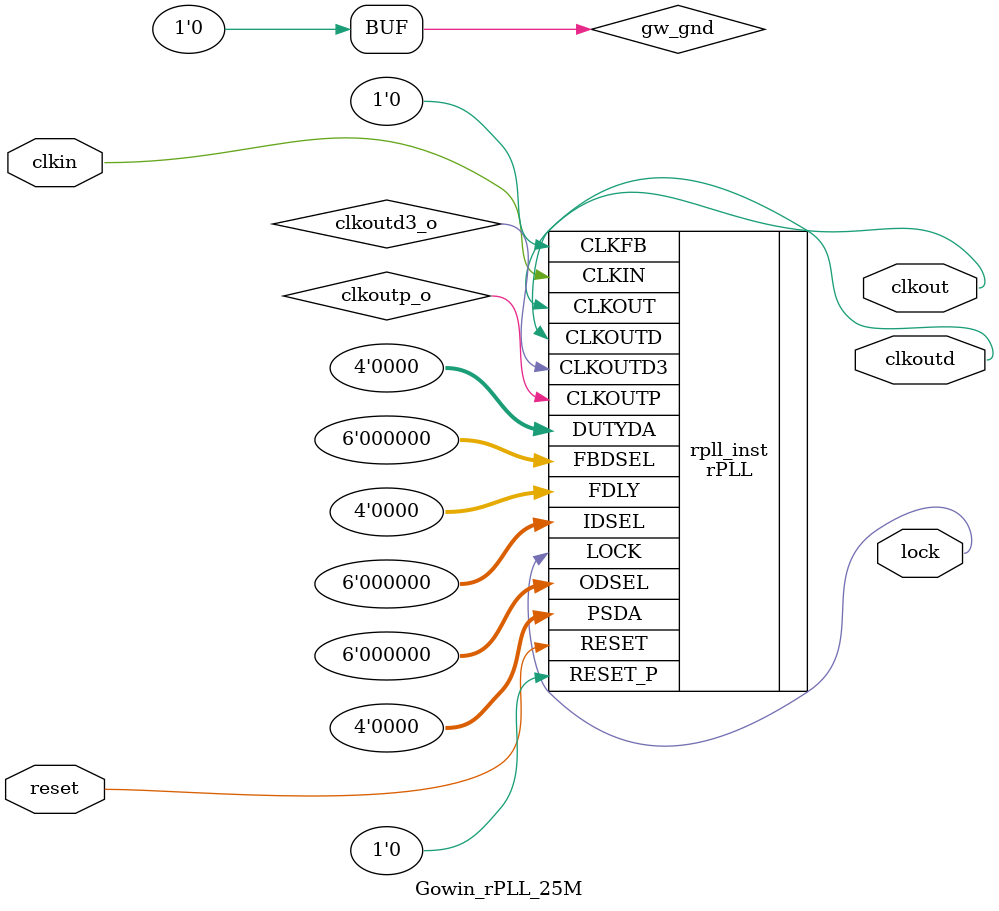
<source format=v>

module Gowin_rPLL_25M (clkout, lock, clkoutd, reset, clkin);

output clkout;
output lock;
output clkoutd;
input reset;
input clkin;

wire clkoutp_o;
wire clkoutd3_o;
wire gw_gnd;

assign gw_gnd = 1'b0;

rPLL rpll_inst (
    .CLKOUT(clkout),
    .LOCK(lock),
    .CLKOUTP(clkoutp_o),
    .CLKOUTD(clkoutd),
    .CLKOUTD3(clkoutd3_o),
    .RESET(reset),
    .RESET_P(gw_gnd),
    .CLKIN(clkin),
    .CLKFB(gw_gnd),
    .FBDSEL({gw_gnd,gw_gnd,gw_gnd,gw_gnd,gw_gnd,gw_gnd}),
    .IDSEL({gw_gnd,gw_gnd,gw_gnd,gw_gnd,gw_gnd,gw_gnd}),
    .ODSEL({gw_gnd,gw_gnd,gw_gnd,gw_gnd,gw_gnd,gw_gnd}),
    .PSDA({gw_gnd,gw_gnd,gw_gnd,gw_gnd}),
    .DUTYDA({gw_gnd,gw_gnd,gw_gnd,gw_gnd}),
    .FDLY({gw_gnd,gw_gnd,gw_gnd,gw_gnd})
);

defparam rpll_inst.FCLKIN = "27";
defparam rpll_inst.DYN_IDIV_SEL = "false";
defparam rpll_inst.IDIV_SEL = 4;
defparam rpll_inst.DYN_FBDIV_SEL = "false";
defparam rpll_inst.FBDIV_SEL = 55;
defparam rpll_inst.DYN_ODIV_SEL = "false";
defparam rpll_inst.ODIV_SEL = 2;
defparam rpll_inst.PSDA_SEL = "0000";
defparam rpll_inst.DYN_DA_EN = "true";
defparam rpll_inst.DUTYDA_SEL = "1000";
defparam rpll_inst.CLKOUT_FT_DIR = 1'b1;
defparam rpll_inst.CLKOUTP_FT_DIR = 1'b1;
defparam rpll_inst.CLKOUT_DLY_STEP = 0;
defparam rpll_inst.CLKOUTP_DLY_STEP = 0;
defparam rpll_inst.CLKFB_SEL = "internal";
defparam rpll_inst.CLKOUT_BYPASS = "false";
defparam rpll_inst.CLKOUTP_BYPASS = "false";
defparam rpll_inst.CLKOUTD_BYPASS = "false";
defparam rpll_inst.DYN_SDIV_SEL = 12;
defparam rpll_inst.CLKOUTD_SRC = "CLKOUT";
defparam rpll_inst.CLKOUTD3_SRC = "CLKOUT";
defparam rpll_inst.DEVICE = "GW1NR-9C";

endmodule //Gowin_rPLL_25M

</source>
